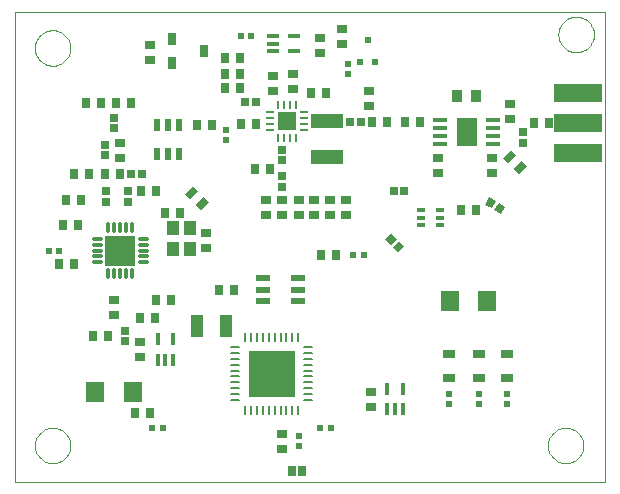
<source format=gtp>
G75*
G70*
%OFA0B0*%
%FSLAX24Y24*%
%IPPOS*%
%LPD*%
%AMOC8*
5,1,8,0,0,1.08239X$1,22.5*
%
%ADD10C,0.0000*%
%ADD11R,0.0098X0.0256*%
%ADD12R,0.0256X0.0098*%
%ADD13R,0.0630X0.0630*%
%ADD14R,0.0250X0.0370*%
%ADD15R,0.0370X0.0250*%
%ADD16R,0.0236X0.0236*%
%ADD17R,0.1063X0.0453*%
%ADD18R,0.0276X0.0256*%
%ADD19R,0.0256X0.0276*%
%ADD20R,0.0236X0.0217*%
%ADD21R,0.0394X0.0157*%
%ADD22R,0.0295X0.0394*%
%ADD23R,0.1600X0.0600*%
%ADD24R,0.0236X0.0394*%
%ADD25R,0.0295X0.0157*%
%ADD26R,0.0470X0.0180*%
%ADD27R,0.0700X0.0950*%
%ADD28R,0.0394X0.0472*%
%ADD29R,0.0157X0.0394*%
%ADD30R,0.0600X0.0700*%
%ADD31R,0.0374X0.0394*%
%ADD32R,0.0512X0.0197*%
%ADD33R,0.1575X0.1575*%
%ADD34C,0.0080*%
%ADD35R,0.0433X0.0748*%
%ADD36R,0.0394X0.0315*%
%ADD37C,0.0118*%
%ADD38R,0.0984X0.0984*%
D10*
X000671Y003960D02*
X020356Y003960D01*
X020356Y019645D01*
X000671Y019645D01*
X000671Y003960D01*
X001343Y005184D02*
X001345Y005232D01*
X001351Y005280D01*
X001361Y005327D01*
X001374Y005373D01*
X001392Y005418D01*
X001412Y005462D01*
X001437Y005504D01*
X001465Y005543D01*
X001495Y005580D01*
X001529Y005614D01*
X001566Y005646D01*
X001604Y005675D01*
X001645Y005700D01*
X001688Y005722D01*
X001733Y005740D01*
X001779Y005754D01*
X001826Y005765D01*
X001874Y005772D01*
X001922Y005775D01*
X001970Y005774D01*
X002018Y005769D01*
X002066Y005760D01*
X002112Y005748D01*
X002157Y005731D01*
X002201Y005711D01*
X002243Y005688D01*
X002283Y005661D01*
X002321Y005631D01*
X002356Y005598D01*
X002388Y005562D01*
X002418Y005524D01*
X002444Y005483D01*
X002466Y005440D01*
X002486Y005396D01*
X002501Y005351D01*
X002513Y005304D01*
X002521Y005256D01*
X002525Y005208D01*
X002525Y005160D01*
X002521Y005112D01*
X002513Y005064D01*
X002501Y005017D01*
X002486Y004972D01*
X002466Y004928D01*
X002444Y004885D01*
X002418Y004844D01*
X002388Y004806D01*
X002356Y004770D01*
X002321Y004737D01*
X002283Y004707D01*
X002243Y004680D01*
X002201Y004657D01*
X002157Y004637D01*
X002112Y004620D01*
X002066Y004608D01*
X002018Y004599D01*
X001970Y004594D01*
X001922Y004593D01*
X001874Y004596D01*
X001826Y004603D01*
X001779Y004614D01*
X001733Y004628D01*
X001688Y004646D01*
X001645Y004668D01*
X001604Y004693D01*
X001566Y004722D01*
X001529Y004754D01*
X001495Y004788D01*
X001465Y004825D01*
X001437Y004864D01*
X001412Y004906D01*
X001392Y004950D01*
X001374Y004995D01*
X001361Y005041D01*
X001351Y005088D01*
X001345Y005136D01*
X001343Y005184D01*
X001343Y018434D02*
X001345Y018482D01*
X001351Y018530D01*
X001361Y018577D01*
X001374Y018623D01*
X001392Y018668D01*
X001412Y018712D01*
X001437Y018754D01*
X001465Y018793D01*
X001495Y018830D01*
X001529Y018864D01*
X001566Y018896D01*
X001604Y018925D01*
X001645Y018950D01*
X001688Y018972D01*
X001733Y018990D01*
X001779Y019004D01*
X001826Y019015D01*
X001874Y019022D01*
X001922Y019025D01*
X001970Y019024D01*
X002018Y019019D01*
X002066Y019010D01*
X002112Y018998D01*
X002157Y018981D01*
X002201Y018961D01*
X002243Y018938D01*
X002283Y018911D01*
X002321Y018881D01*
X002356Y018848D01*
X002388Y018812D01*
X002418Y018774D01*
X002444Y018733D01*
X002466Y018690D01*
X002486Y018646D01*
X002501Y018601D01*
X002513Y018554D01*
X002521Y018506D01*
X002525Y018458D01*
X002525Y018410D01*
X002521Y018362D01*
X002513Y018314D01*
X002501Y018267D01*
X002486Y018222D01*
X002466Y018178D01*
X002444Y018135D01*
X002418Y018094D01*
X002388Y018056D01*
X002356Y018020D01*
X002321Y017987D01*
X002283Y017957D01*
X002243Y017930D01*
X002201Y017907D01*
X002157Y017887D01*
X002112Y017870D01*
X002066Y017858D01*
X002018Y017849D01*
X001970Y017844D01*
X001922Y017843D01*
X001874Y017846D01*
X001826Y017853D01*
X001779Y017864D01*
X001733Y017878D01*
X001688Y017896D01*
X001645Y017918D01*
X001604Y017943D01*
X001566Y017972D01*
X001529Y018004D01*
X001495Y018038D01*
X001465Y018075D01*
X001437Y018114D01*
X001412Y018156D01*
X001392Y018200D01*
X001374Y018245D01*
X001361Y018291D01*
X001351Y018338D01*
X001345Y018386D01*
X001343Y018434D01*
X018443Y005184D02*
X018445Y005232D01*
X018451Y005280D01*
X018461Y005327D01*
X018474Y005373D01*
X018492Y005418D01*
X018512Y005462D01*
X018537Y005504D01*
X018565Y005543D01*
X018595Y005580D01*
X018629Y005614D01*
X018666Y005646D01*
X018704Y005675D01*
X018745Y005700D01*
X018788Y005722D01*
X018833Y005740D01*
X018879Y005754D01*
X018926Y005765D01*
X018974Y005772D01*
X019022Y005775D01*
X019070Y005774D01*
X019118Y005769D01*
X019166Y005760D01*
X019212Y005748D01*
X019257Y005731D01*
X019301Y005711D01*
X019343Y005688D01*
X019383Y005661D01*
X019421Y005631D01*
X019456Y005598D01*
X019488Y005562D01*
X019518Y005524D01*
X019544Y005483D01*
X019566Y005440D01*
X019586Y005396D01*
X019601Y005351D01*
X019613Y005304D01*
X019621Y005256D01*
X019625Y005208D01*
X019625Y005160D01*
X019621Y005112D01*
X019613Y005064D01*
X019601Y005017D01*
X019586Y004972D01*
X019566Y004928D01*
X019544Y004885D01*
X019518Y004844D01*
X019488Y004806D01*
X019456Y004770D01*
X019421Y004737D01*
X019383Y004707D01*
X019343Y004680D01*
X019301Y004657D01*
X019257Y004637D01*
X019212Y004620D01*
X019166Y004608D01*
X019118Y004599D01*
X019070Y004594D01*
X019022Y004593D01*
X018974Y004596D01*
X018926Y004603D01*
X018879Y004614D01*
X018833Y004628D01*
X018788Y004646D01*
X018745Y004668D01*
X018704Y004693D01*
X018666Y004722D01*
X018629Y004754D01*
X018595Y004788D01*
X018565Y004825D01*
X018537Y004864D01*
X018512Y004906D01*
X018492Y004950D01*
X018474Y004995D01*
X018461Y005041D01*
X018451Y005088D01*
X018445Y005136D01*
X018443Y005184D01*
X018793Y018884D02*
X018795Y018932D01*
X018801Y018980D01*
X018811Y019027D01*
X018824Y019073D01*
X018842Y019118D01*
X018862Y019162D01*
X018887Y019204D01*
X018915Y019243D01*
X018945Y019280D01*
X018979Y019314D01*
X019016Y019346D01*
X019054Y019375D01*
X019095Y019400D01*
X019138Y019422D01*
X019183Y019440D01*
X019229Y019454D01*
X019276Y019465D01*
X019324Y019472D01*
X019372Y019475D01*
X019420Y019474D01*
X019468Y019469D01*
X019516Y019460D01*
X019562Y019448D01*
X019607Y019431D01*
X019651Y019411D01*
X019693Y019388D01*
X019733Y019361D01*
X019771Y019331D01*
X019806Y019298D01*
X019838Y019262D01*
X019868Y019224D01*
X019894Y019183D01*
X019916Y019140D01*
X019936Y019096D01*
X019951Y019051D01*
X019963Y019004D01*
X019971Y018956D01*
X019975Y018908D01*
X019975Y018860D01*
X019971Y018812D01*
X019963Y018764D01*
X019951Y018717D01*
X019936Y018672D01*
X019916Y018628D01*
X019894Y018585D01*
X019868Y018544D01*
X019838Y018506D01*
X019806Y018470D01*
X019771Y018437D01*
X019733Y018407D01*
X019693Y018380D01*
X019651Y018357D01*
X019607Y018337D01*
X019562Y018320D01*
X019516Y018308D01*
X019468Y018299D01*
X019420Y018294D01*
X019372Y018293D01*
X019324Y018296D01*
X019276Y018303D01*
X019229Y018314D01*
X019183Y018328D01*
X019138Y018346D01*
X019095Y018368D01*
X019054Y018393D01*
X019016Y018422D01*
X018979Y018454D01*
X018945Y018488D01*
X018915Y018525D01*
X018887Y018564D01*
X018862Y018606D01*
X018842Y018650D01*
X018824Y018695D01*
X018811Y018741D01*
X018801Y018788D01*
X018795Y018836D01*
X018793Y018884D01*
D11*
X010042Y016527D03*
X009845Y016527D03*
X009648Y016527D03*
X009451Y016527D03*
X009451Y015444D03*
X009648Y015444D03*
X009845Y015444D03*
X010042Y015444D03*
D12*
X010298Y015700D03*
X010298Y015897D03*
X010298Y016094D03*
X010298Y016291D03*
X009195Y016291D03*
X009195Y016094D03*
X009195Y015897D03*
X009195Y015700D03*
D13*
X009747Y015996D03*
D14*
X008717Y015891D03*
X008217Y015891D03*
X007234Y015884D03*
X006734Y015884D03*
X007674Y017094D03*
X007674Y017574D03*
X008174Y017574D03*
X008174Y017094D03*
X008174Y018094D03*
X007674Y018094D03*
X010549Y016931D03*
X011049Y016931D03*
X012584Y015984D03*
X013084Y015984D03*
X013684Y015984D03*
X014184Y015984D03*
G36*
X017115Y014591D02*
X016938Y014768D01*
X017199Y015029D01*
X017376Y014852D01*
X017115Y014591D01*
G37*
G36*
X017468Y014238D02*
X017291Y014415D01*
X017552Y014676D01*
X017729Y014499D01*
X017468Y014238D01*
G37*
X016034Y013044D03*
X015534Y013044D03*
X017984Y015934D03*
X018484Y015934D03*
X011384Y011534D03*
X010884Y011534D03*
X007984Y010384D03*
X007484Y010384D03*
X005884Y010034D03*
X005384Y010034D03*
X005334Y009434D03*
X004834Y009434D03*
X003784Y008834D03*
X003284Y008834D03*
X002634Y011234D03*
X002134Y011234D03*
X002284Y012534D03*
X002784Y012534D03*
X002884Y013384D03*
X002384Y013384D03*
X002634Y014234D03*
X003134Y014234D03*
X003684Y014234D03*
X004184Y014234D03*
X004884Y013684D03*
X005384Y013684D03*
X005684Y012934D03*
X006184Y012934D03*
G36*
X006515Y013391D02*
X006338Y013568D01*
X006599Y013829D01*
X006776Y013652D01*
X006515Y013391D01*
G37*
G36*
X006868Y013038D02*
X006691Y013215D01*
X006952Y013476D01*
X007129Y013299D01*
X006868Y013038D01*
G37*
X008684Y014414D03*
X009184Y014414D03*
X004534Y016594D03*
X004034Y016594D03*
X003534Y016594D03*
X003034Y016594D03*
X004684Y006284D03*
X005184Y006284D03*
X009923Y004334D03*
X010254Y004334D03*
D15*
X009584Y005084D03*
X009584Y005584D03*
X012534Y006484D03*
X012534Y006984D03*
X007034Y011784D03*
X007034Y012284D03*
X009034Y012864D03*
X009594Y012864D03*
X009594Y013364D03*
X009034Y013364D03*
X010134Y013364D03*
X010654Y013364D03*
X010654Y012864D03*
X010134Y012864D03*
X011184Y012864D03*
X011714Y012864D03*
X011714Y013364D03*
X011184Y013364D03*
X012484Y016499D03*
X012484Y016999D03*
X011584Y018584D03*
X011584Y019084D03*
X010834Y018784D03*
X010834Y018284D03*
X009949Y017574D03*
X009949Y017074D03*
X009266Y017016D03*
X009266Y017516D03*
X005184Y018034D03*
X005184Y018534D03*
X004184Y015284D03*
X004184Y014784D03*
X003984Y010034D03*
X003984Y009534D03*
X004834Y008634D03*
X004834Y008134D03*
X014784Y014284D03*
X014784Y014784D03*
X016584Y014784D03*
X016584Y014284D03*
X017184Y016054D03*
X017184Y016554D03*
D16*
X012311Y011534D03*
X011957Y011534D03*
X007724Y015357D03*
X007724Y015711D03*
X008207Y018834D03*
X008561Y018834D03*
X011784Y017911D03*
X011784Y017557D03*
X002161Y011684D03*
X001807Y011684D03*
X005257Y005784D03*
X005611Y005784D03*
X010134Y005511D03*
X010134Y005157D03*
X010857Y005784D03*
X011211Y005784D03*
X015134Y006557D03*
X015134Y006911D03*
X016134Y006911D03*
X016134Y006557D03*
X017084Y006557D03*
X017084Y006911D03*
D17*
X011094Y014808D03*
X011094Y015989D03*
D18*
X009589Y015046D03*
X009589Y014692D03*
X009594Y014151D03*
X009594Y013797D03*
G36*
X013020Y012052D02*
X013215Y012247D01*
X013396Y012066D01*
X013201Y011871D01*
X013020Y012052D01*
G37*
G36*
X013271Y011801D02*
X013466Y011996D01*
X013647Y011815D01*
X013452Y011620D01*
X013271Y011801D01*
G37*
G36*
X016351Y013217D02*
X016489Y013455D01*
X016709Y013327D01*
X016571Y013089D01*
X016351Y013217D01*
G37*
G36*
X016658Y013040D02*
X016796Y013278D01*
X017016Y013150D01*
X016878Y012912D01*
X016658Y013040D01*
G37*
X017624Y015277D03*
X017624Y015631D03*
X004454Y013661D03*
X004454Y013307D03*
X003724Y013307D03*
X003724Y013661D03*
X003684Y014857D03*
X003684Y015211D03*
X003984Y015757D03*
X003984Y016111D03*
X004334Y009011D03*
X004334Y008657D03*
D19*
X004557Y014234D03*
X004911Y014234D03*
X008347Y016644D03*
X008701Y016644D03*
X011857Y015984D03*
X012211Y015984D03*
X013307Y013684D03*
X013661Y013684D03*
D20*
X012690Y017970D03*
X012178Y017970D03*
X012434Y018698D03*
D21*
X009979Y018840D03*
X009979Y018328D03*
X009290Y018328D03*
X009290Y018584D03*
X009290Y018840D03*
D22*
X006966Y018334D03*
X005923Y018727D03*
X005923Y017940D03*
D23*
X019434Y016944D03*
X019434Y015944D03*
X019434Y014944D03*
D24*
X006158Y014892D03*
X005784Y014892D03*
X005410Y014892D03*
X005410Y015876D03*
X005784Y015876D03*
X006158Y015876D03*
D25*
X014209Y013040D03*
X014209Y012784D03*
X014209Y012528D03*
X014859Y012528D03*
X014859Y012784D03*
X014859Y013040D03*
D26*
X014848Y015250D03*
X014848Y015506D03*
X014848Y015762D03*
X014848Y016018D03*
X016620Y016018D03*
X016620Y015762D03*
X016620Y015506D03*
X016620Y015250D03*
D27*
X015734Y015634D03*
D28*
X006509Y012418D03*
X005958Y012418D03*
X005958Y011749D03*
X006509Y011749D03*
D29*
X005946Y008726D03*
X005434Y008726D03*
X005434Y008037D03*
X005690Y008037D03*
X005946Y008037D03*
X013084Y007076D03*
X013596Y007076D03*
X013596Y006387D03*
X013340Y006387D03*
X013084Y006387D03*
D30*
X015169Y010014D03*
X016419Y010014D03*
X004609Y006984D03*
X003359Y006984D03*
D31*
X015419Y016834D03*
X016049Y016834D03*
D32*
X010124Y010758D03*
X010124Y010384D03*
X010124Y010010D03*
X008943Y010010D03*
X008943Y010384D03*
X008943Y010758D03*
D33*
X009234Y007584D03*
D34*
X008147Y007682D02*
X007877Y007682D01*
X007877Y007485D02*
X008147Y007485D01*
X008147Y007288D02*
X007877Y007288D01*
X007877Y007092D02*
X008147Y007092D01*
X008147Y006895D02*
X007877Y006895D01*
X007877Y006698D02*
X008147Y006698D01*
X008348Y006497D02*
X008348Y006227D01*
X008545Y006227D02*
X008545Y006497D01*
X008742Y006497D02*
X008742Y006227D01*
X008938Y006227D02*
X008938Y006497D01*
X009135Y006497D02*
X009135Y006227D01*
X009332Y006227D02*
X009332Y006497D01*
X009529Y006497D02*
X009529Y006227D01*
X009726Y006227D02*
X009726Y006497D01*
X009923Y006497D02*
X009923Y006227D01*
X010120Y006227D02*
X010120Y006497D01*
X010321Y006698D02*
X010591Y006698D01*
X010591Y006895D02*
X010321Y006895D01*
X010321Y007092D02*
X010591Y007092D01*
X010591Y007288D02*
X010321Y007288D01*
X010321Y007485D02*
X010591Y007485D01*
X010591Y007682D02*
X010321Y007682D01*
X010321Y007879D02*
X010591Y007879D01*
X010591Y008076D02*
X010321Y008076D01*
X010321Y008273D02*
X010591Y008273D01*
X010591Y008470D02*
X010321Y008470D01*
X010120Y008671D02*
X010120Y008941D01*
X009923Y008941D02*
X009923Y008671D01*
X009726Y008671D02*
X009726Y008941D01*
X009529Y008941D02*
X009529Y008671D01*
X009332Y008671D02*
X009332Y008941D01*
X009135Y008941D02*
X009135Y008671D01*
X008938Y008671D02*
X008938Y008941D01*
X008742Y008941D02*
X008742Y008671D01*
X008545Y008671D02*
X008545Y008941D01*
X008348Y008941D02*
X008348Y008671D01*
X008147Y008470D02*
X007877Y008470D01*
X007877Y008273D02*
X008147Y008273D01*
X008147Y008076D02*
X007877Y008076D01*
X007877Y007879D02*
X008147Y007879D01*
D35*
X007726Y009184D03*
X006742Y009184D03*
D36*
X015134Y008227D03*
X015134Y007440D03*
X016134Y007440D03*
X016134Y008227D03*
X017084Y008227D03*
X017084Y007440D03*
D37*
X005069Y011290D02*
X004833Y011290D01*
X004833Y011487D02*
X005069Y011487D01*
X005069Y011684D02*
X004833Y011684D01*
X004833Y011881D02*
X005069Y011881D01*
X005069Y012077D02*
X004833Y012077D01*
X004577Y012333D02*
X004577Y012569D01*
X004381Y012569D02*
X004381Y012333D01*
X004184Y012333D02*
X004184Y012569D01*
X003987Y012569D02*
X003987Y012333D01*
X003790Y012333D02*
X003790Y012569D01*
X003534Y012077D02*
X003298Y012077D01*
X003298Y011881D02*
X003534Y011881D01*
X003534Y011684D02*
X003298Y011684D01*
X003298Y011487D02*
X003534Y011487D01*
X003534Y011290D02*
X003298Y011290D01*
X003790Y011034D02*
X003790Y010798D01*
X003987Y010798D02*
X003987Y011034D01*
X004184Y011034D02*
X004184Y010798D01*
X004381Y010798D02*
X004381Y011034D01*
X004577Y011034D02*
X004577Y010798D01*
D38*
X004184Y011684D03*
M02*

</source>
